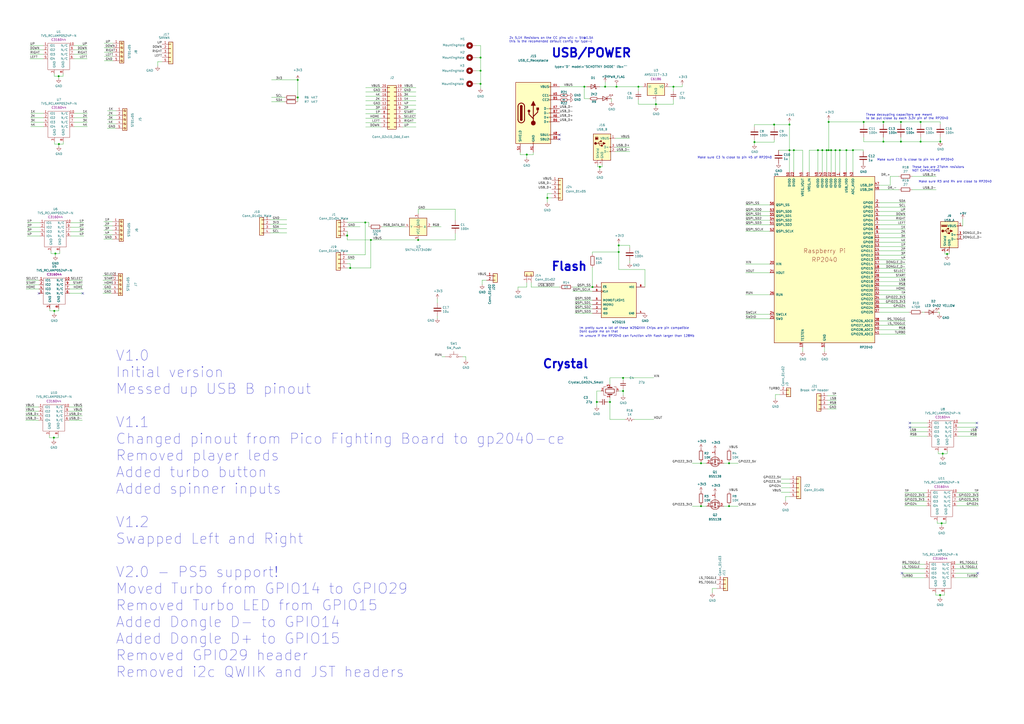
<source format=kicad_sch>
(kicad_sch (version 20230121) (generator eeschema)
  (paper "A2")
  (junction (at 406.654 268.732))
  (junction (at 501.015 70.739))
  (junction (at 545.465 82.169))
  (junction (at 449.072 72.263))
  (junction (at 305.562 89.662))
  (junction (at 343.662 166.497))
  (junction (at 358.902 142.367))
  (junction (at 494.792 87.122))
  (junction (at 278.765 41.021))
  (junction (at 172.72 46.355))
  (junction (at 390.652 50.292))
  (junction (at 422.91 293.624))
  (junction (at 380.492 60.452))
  (junction (at 215.138 139.192))
  (junction (at 211.8914 129.032))
  (junction (at 422.91 268.732))
  (junction (at 545.338 345.186))
  (junction (at 353.822 233.172))
  (junction (at 203.1573 155.448))
  (junction (at 278.765 48.641))
  (junction (at 338.963 50.292))
  (junction (at 31.496 180.34))
  (junction (at 357.632 50.292))
  (junction (at 487.172 87.122))
  (junction (at 480.695 87.122))
  (junction (at 549.402 147.32))
  (junction (at 358.902 146.177))
  (junction (at 242.57 139.192))
  (junction (at 351.028 50.292))
  (junction (at 460.502 87.122))
  (junction (at 437.642 82.423))
  (junction (at 457.962 87.122))
  (junction (at 512.445 70.739))
  (junction (at 534.035 82.169))
  (junction (at 546.227 303.53))
  (junction (at 361.442 219.202))
  (junction (at 34.036 44.196))
  (junction (at 534.035 70.739))
  (junction (at 278.765 33.401))
  (junction (at 474.472 87.122))
  (junction (at 512.445 82.169))
  (junction (at 172.72 56.515))
  (junction (at 522.605 70.739))
  (junction (at 346.202 233.172))
  (junction (at 457.962 72.263))
  (junction (at 522.605 82.169))
  (junction (at 317.5 114.808))
  (junction (at 32.131 147.066))
  (junction (at 482.092 87.122))
  (junction (at 201.422 136.652))
  (junction (at 477.012 87.122))
  (junction (at 406.654 293.624))
  (junction (at 546.862 263.144))
  (junction (at 31.242 253.873))
  (junction (at 361.442 226.822))
  (junction (at 490.982 87.122))
  (junction (at 484.632 87.122))
  (junction (at 480.695 70.739))
  (junction (at 370.332 50.292))
  (junction (at 34.163 83.566))
  (junction (at 479.552 87.122))
  (junction (at 347.98 96.774))
  (no_connect (at 324.612 78.232))
  (no_connect (at 527.812 247.904))
  (no_connect (at 48.006 170.18))
  (no_connect (at 566.674 247.904))
  (no_connect (at 324.612 80.772))
  (no_connect (at 523.24 332.486))
  (no_connect (at 567.182 332.486))
  (no_connect (at 566.674 245.364))
  (no_connect (at 527.812 245.364))
  (no_connect (at 22.606 170.18))
  (wire (pts (xy 512.445 70.739) (xy 522.605 70.739)))
  (wire (pts (xy 422.91 293.624) (xy 422.91 292.862)))
  (wire (pts (xy 242.57 123.952) (xy 242.57 121.412)))
  (wire (pts (xy 32.131 147.066) (xy 32.131 148.336)))
  (wire (pts (xy 268.351 206.883) (xy 270.256 206.883)))
  (wire (pts (xy 339.6742 50.2666) (xy 340.2584 50.2666)))
  (wire (pts (xy 555.117 293.37) (xy 567.69 293.37)))
  (wire (pts (xy 437.642 81.153) (xy 437.642 82.423)))
  (wire (pts (xy 480.695 69.469) (xy 480.695 70.739)))
  (wire (pts (xy 510.032 165.862) (xy 525.272 165.862)))
  (wire (pts (xy 487.172 87.122) (xy 487.172 99.822)))
  (wire (pts (xy 512.445 82.169) (xy 522.605 82.169)))
  (wire (pts (xy 501.015 82.169) (xy 512.445 82.169)))
  (wire (pts (xy 270.256 206.883) (xy 270.256 208.788)))
  (wire (pts (xy 166.37 135.128) (xy 156.845 135.128)))
  (wire (pts (xy 484.632 87.122) (xy 487.172 87.122)))
  (wire (pts (xy 338.963 50.292) (xy 324.612 50.292)))
  (wire (pts (xy 555.117 290.83) (xy 567.69 290.83)))
  (wire (pts (xy 458.216 288.036) (xy 455.676 288.036)))
  (wire (pts (xy 457.962 70.993) (xy 457.962 72.263)))
  (wire (pts (xy 41.021 129.286) (xy 48.641 129.286)))
  (wire (pts (xy 279.654 165.1) (xy 279.654 162.56)))
  (wire (pts (xy 43.053 65.786) (xy 50.673 65.786)))
  (wire (pts (xy 166.37 130.048) (xy 156.845 130.048)))
  (wire (pts (xy 478.282 201.422) (xy 478.282 203.962)))
  (wire (pts (xy 320.04 112.268) (xy 317.5 112.268)))
  (wire (pts (xy 40.386 167.64) (xy 48.006 167.64)))
  (wire (pts (xy 165.1 59.055) (xy 157.48 59.055)))
  (wire (pts (xy 305.562 89.662) (xy 309.372 89.662)))
  (wire (pts (xy 40.132 243.713) (xy 47.752 243.713)))
  (wire (pts (xy 370.332 50.292) (xy 370.332 52.832)))
  (wire (pts (xy 401.574 293.624) (xy 406.654 293.624)))
  (wire (pts (xy 510.032 188.722) (xy 525.272 188.722)))
  (wire (pts (xy 510.032 178.562) (xy 525.272 178.562)))
  (wire (pts (xy 446.532 182.372) (xy 432.562 182.372)))
  (wire (pts (xy 453.136 282.956) (xy 458.216 282.956)))
  (wire (pts (xy 558.546 127) (xy 558.546 131.064)))
  (wire (pts (xy 437.642 82.423) (xy 449.072 82.423)))
  (wire (pts (xy 446.532 134.112) (xy 432.562 134.112)))
  (wire (pts (xy 309.372 89.662) (xy 309.372 88.392)))
  (wire (pts (xy 455.676 288.036) (xy 455.676 290.576)))
  (wire (pts (xy 446.532 158.242) (xy 432.562 158.242)))
  (wire (pts (xy 215.138 139.192) (xy 242.57 139.192)))
  (wire (pts (xy 353.822 230.632) (xy 353.822 233.172)))
  (wire (pts (xy 349.25 95.504) (xy 349.25 96.774)))
  (wire (pts (xy 279.654 162.56) (xy 282.194 162.56)))
  (wire (pts (xy 201.295 152.908) (xy 203.1573 152.908)))
  (wire (pts (xy 554.228 327.406) (xy 567.182 327.406)))
  (wire (pts (xy 361.442 225.552) (xy 361.442 226.822)))
  (wire (pts (xy 40.132 238.633) (xy 47.752 238.633)))
  (wire (pts (xy 358.902 141.097) (xy 358.902 142.367)))
  (wire (pts (xy 351.028 50.292) (xy 357.632 50.292)))
  (wire (pts (xy 15.113 162.56) (xy 22.606 162.56)))
  (wire (pts (xy 41.021 134.366) (xy 48.641 134.366)))
  (wire (pts (xy 15.748 136.906) (xy 23.241 136.906)))
  (wire (pts (xy 457.962 72.263) (xy 457.962 87.122)))
  (wire (pts (xy 432.562 127.762) (xy 446.532 127.762)))
  (wire (pts (xy 534.035 82.169) (xy 522.605 82.169)))
  (wire (pts (xy 543.687 302.26) (xy 543.687 303.53)))
  (wire (pts (xy 500.761 86.995) (xy 494.792 86.995)))
  (wire (pts (xy 253.746 183.388) (xy 253.746 184.658)))
  (wire (pts (xy 201.295 155.448) (xy 203.1573 155.448)))
  (wire (pts (xy 401.574 268.732) (xy 406.654 268.732)))
  (wire (pts (xy 338.963 50.292) (xy 338.963 57.1754)))
  (wire (pts (xy 469.392 87.122) (xy 474.472 87.122)))
  (wire (pts (xy 422.91 268.732) (xy 428.244 268.732)))
  (wire (pts (xy 558.546 131.064) (xy 558.292 131.064)))
  (wire (pts (xy 36.576 44.196) (xy 36.576 42.926)))
  (wire (pts (xy 523.24 327.406) (xy 536.448 327.406)))
  (wire (pts (xy 34.163 83.566) (xy 34.163 84.836)))
  (wire (pts (xy 361.442 226.822) (xy 361.442 229.362)))
  (wire (pts (xy 449.834 231.394) (xy 449.834 228.854)))
  (wire (pts (xy 65.278 136.144) (xy 60.198 136.144)))
  (wire (pts (xy 305.562 89.662) (xy 305.562 91.567)))
  (wire (pts (xy 446.532 184.912) (xy 432.562 184.912)))
  (wire (pts (xy 201.422 136.652) (xy 201.422 139.192)))
  (wire (pts (xy 544.322 261.874) (xy 544.322 263.144)))
  (wire (pts (xy 43.053 70.866) (xy 50.673 70.866)))
  (wire (pts (xy 390.652 50.292) (xy 395.732 50.292)))
  (wire (pts (xy 278.765 48.641) (xy 278.765 51.181)))
  (wire (pts (xy 480.695 70.739) (xy 501.015 70.739)))
  (wire (pts (xy 510.032 173.482) (xy 525.272 173.482)))
  (wire (pts (xy 31.496 180.34) (xy 34.036 180.34)))
  (wire (pts (xy 67.31 64.262) (xy 62.23 64.262)))
  (wire (pts (xy 370.332 50.292) (xy 372.872 50.292)))
  (wire (pts (xy 527.812 245.364) (xy 537.972 245.364)))
  (wire (pts (xy 17.78 65.786) (xy 25.273 65.786)))
  (wire (pts (xy 354.711 58.9788) (xy 354.711 57.1754)))
  (wire (pts (xy 34.036 44.196) (xy 34.036 45.466)))
  (wire (pts (xy 510.032 109.982) (xy 521.462 109.982)))
  (wire (pts (xy 510.032 130.302) (xy 525.272 130.302)))
  (wire (pts (xy 346.202 233.172) (xy 346.202 235.712)))
  (wire (pts (xy 361.442 219.202) (xy 361.442 220.472)))
  (wire (pts (xy 41.021 136.906) (xy 48.641 136.906)))
  (wire (pts (xy 457.962 87.122) (xy 457.962 99.822)))
  (wire (pts (xy 510.032 127.762) (xy 525.272 127.762)))
  (wire (pts (xy 453.136 277.876) (xy 458.216 277.876)))
  (wire (pts (xy 212.09 58.42) (xy 220.98 58.42)))
  (wire (pts (xy 457.962 87.122) (xy 451.612 87.122)))
  (wire (pts (xy 474.472 87.122) (xy 477.012 87.122)))
  (wire (pts (xy 510.032 145.542) (xy 525.272 145.542)))
  (wire (pts (xy 490.982 87.122) (xy 494.792 87.122)))
  (wire (pts (xy 370.332 60.452) (xy 380.492 60.452)))
  (wire (pts (xy 544.322 263.144) (xy 546.862 263.144)))
  (wire (pts (xy 301.752 88.392) (xy 301.752 89.662)))
  (wire (pts (xy 365.252 151.257) (xy 365.252 152.527)))
  (wire (pts (xy 534.035 79.629) (xy 534.035 82.169)))
  (wire (pts (xy 545.465 79.629) (xy 545.465 82.169)))
  (wire (pts (xy 241.3 66.04) (xy 233.68 66.04)))
  (wire (pts (xy 278.765 41.021) (xy 278.765 48.641)))
  (wire (pts (xy 449.072 72.263) (xy 457.962 72.263)))
  (wire (pts (xy 14.859 243.713) (xy 22.352 243.713)))
  (wire (pts (xy 241.3 53.34) (xy 233.68 53.34)))
  (wire (pts (xy 419.862 293.624) (xy 422.91 293.624)))
  (wire (pts (xy 501.015 70.739) (xy 512.445 70.739)))
  (wire (pts (xy 542.798 345.186) (xy 545.338 345.186)))
  (wire (pts (xy 356.87 80.264) (xy 365.252 80.264)))
  (wire (pts (xy 64.77 170.18) (xy 59.69 170.18)))
  (wire (pts (xy 549.402 147.32) (xy 549.402 148.082)))
  (wire (pts (xy 241.3 63.5) (xy 233.68 63.5)))
  (wire (pts (xy 351.028 47.5996) (xy 351.028 50.292)))
  (wire (pts (xy 480.06 237.236) (xy 485.14 237.236)))
  (wire (pts (xy 555.752 245.364) (xy 566.674 245.364)))
  (wire (pts (xy 479.552 87.122) (xy 480.695 87.122)))
  (wire (pts (xy 544.957 182.118) (xy 544.957 181.102)))
  (wire (pts (xy 241.3 73.66) (xy 233.68 73.66)))
  (wire (pts (xy 40.386 170.18) (xy 48.006 170.18)))
  (wire (pts (xy 449.072 82.423) (xy 449.072 81.153)))
  (wire (pts (xy 432.562 122.682) (xy 446.532 122.682)))
  (wire (pts (xy 361.442 219.202) (xy 379.222 219.202)))
  (wire (pts (xy 353.822 243.332) (xy 362.712 243.332)))
  (wire (pts (xy 510.032 135.382) (xy 525.272 135.382)))
  (wire (pts (xy 14.859 241.173) (xy 22.352 241.173)))
  (wire (pts (xy 437.642 72.263) (xy 449.072 72.263)))
  (wire (pts (xy 477.012 87.122) (xy 479.552 87.122)))
  (wire (pts (xy 406.654 268.732) (xy 406.654 267.97)))
  (wire (pts (xy 555.117 285.75) (xy 567.69 285.75)))
  (wire (pts (xy 549.402 147.32) (xy 550.672 147.32)))
  (wire (pts (xy 484.632 99.822) (xy 484.632 87.122)))
  (wire (pts (xy 374.142 166.497) (xy 374.142 156.337)))
  (wire (pts (xy 241.3 68.58) (xy 233.68 68.58)))
  (wire (pts (xy 28.956 179.07) (xy 28.956 180.34)))
  (wire (pts (xy 256.286 206.883) (xy 258.191 206.883)))
  (wire (pts (xy 42.926 34.036) (xy 50.546 34.036)))
  (wire (pts (xy 242.57 139.192) (xy 264.16 139.192)))
  (wire (pts (xy 65.532 35.306) (xy 60.452 35.306)))
  (wire (pts (xy 308.102 166.497) (xy 324.612 166.497)))
  (wire (pts (xy 201.422 139.192) (xy 215.138 139.192)))
  (wire (pts (xy 201.422 131.572) (xy 208.915 131.572)))
  (wire (pts (xy 510.032 148.082) (xy 525.272 148.082)))
  (wire (pts (xy 480.06 234.696) (xy 485.14 234.696)))
  (wire (pts (xy 510.032 170.942) (xy 525.272 170.942)))
  (wire (pts (xy 42.926 28.956) (xy 50.546 28.956)))
  (wire (pts (xy 487.172 87.122) (xy 490.982 87.122)))
  (wire (pts (xy 305.562 163.957) (xy 305.562 166.497)))
  (wire (pts (xy 522.605 72.009) (xy 522.605 70.739)))
  (wire (pts (xy 546.862 263.144) (xy 549.402 263.144)))
  (wire (pts (xy 308.102 163.957) (xy 308.102 166.497)))
  (wire (pts (xy 529.082 102.362) (xy 543.052 102.362)))
  (wire (pts (xy 524.764 288.29) (xy 537.337 288.29)))
  (wire (pts (xy 34.036 44.196) (xy 36.576 44.196)))
  (wire (pts (xy 67.31 69.342) (xy 62.23 69.342)))
  (wire (pts (xy 34.163 83.566) (xy 36.703 83.566)))
  (wire (pts (xy 64.77 160.02) (xy 59.69 160.02)))
  (wire (pts (xy 510.032 168.402) (xy 525.272 168.402)))
  (wire (pts (xy 14.859 236.093) (xy 22.352 236.093)))
  (wire (pts (xy 419.862 268.732) (xy 422.91 268.732)))
  (wire (pts (xy 522.605 70.739) (xy 534.035 70.739)))
  (wire (pts (xy 546.227 303.53) (xy 546.227 304.8)))
  (wire (pts (xy 40.132 236.093) (xy 47.752 236.093)))
  (wire (pts (xy 65.278 128.524) (xy 60.198 128.524)))
  (wire (pts (xy 15.748 131.826) (xy 23.241 131.826)))
  (wire (pts (xy 17.78 73.406) (xy 25.273 73.406)))
  (wire (pts (xy 300.482 166.497) (xy 300.482 167.767)))
  (wire (pts (xy 413.258 341.376) (xy 415.798 341.376)))
  (wire (pts (xy 28.702 253.873) (xy 31.242 253.873)))
  (wire (pts (xy 545.465 82.169) (xy 534.035 82.169)))
  (wire (pts (xy 554.228 335.026) (xy 567.182 335.026)))
  (wire (pts (xy 339.6742 50.2666) (xy 339.6742 50.292)))
  (wire (pts (xy 203.1573 155.448) (xy 215.138 155.448)))
  (wire (pts (xy 356.87 87.884) (xy 365.379 87.884)))
  (wire (pts (xy 510.032 132.842) (xy 525.272 132.842)))
  (wire (pts (xy 465.582 99.822) (xy 465.582 87.122)))
  (wire (pts (xy 347.853 50.2666) (xy 347.8784 50.2666)))
  (wire (pts (xy 346.71 96.774) (xy 347.98 96.774)))
  (wire (pts (xy 317.5 114.808) (xy 317.5 117.348)))
  (wire (pts (xy 343.662 147.447) (xy 343.662 146.177)))
  (wire (pts (xy 527.812 247.904) (xy 537.972 247.904)))
  (wire (pts (xy 422.91 293.624) (xy 428.244 293.624)))
  (wire (pts (xy 449.072 73.533) (xy 449.072 72.263)))
  (wire (pts (xy 320.04 114.808) (xy 317.5 114.808)))
  (wire (pts (xy 65.278 131.064) (xy 60.198 131.064)))
  (wire (pts (xy 490.982 99.822) (xy 490.982 87.122)))
  (wire (pts (xy 534.035 70.739) (xy 545.465 70.739)))
  (wire (pts (xy 510.032 153.162) (xy 525.272 153.162)))
  (wire (pts (xy 548.767 303.53) (xy 548.767 302.26)))
  (wire (pts (xy 365.252 142.367) (xy 358.902 142.367)))
  (wire (pts (xy 354.711 57.1754) (xy 354.6602 57.1754)))
  (wire (pts (xy 276.225 41.021) (xy 278.765 41.021)))
  (wire (pts (xy 380.492 60.452) (xy 380.492 61.722)))
  (wire (pts (xy 522.605 79.629) (xy 522.605 82.169)))
  (wire (pts (xy 65.278 133.604) (xy 60.198 133.604)))
  (wire (pts (xy 17.399 26.416) (xy 25.146 26.416)))
  (wire (pts (xy 546.862 263.144) (xy 546.862 264.414)))
  (wire (pts (xy 65.532 25.146) (xy 60.452 25.146)))
  (wire (pts (xy 554.228 332.486) (xy 567.182 332.486)))
  (wire (pts (xy 510.032 137.922) (xy 525.272 137.922)))
  (wire (pts (xy 278.765 26.416) (xy 278.765 33.401)))
  (wire (pts (xy 64.77 162.56) (xy 59.69 162.56)))
  (wire (pts (xy 201.422 129.032) (xy 211.8914 129.032)))
  (wire (pts (xy 545.338 345.186) (xy 545.338 346.456)))
  (wire (pts (xy 276.225 26.416) (xy 278.765 26.416)))
  (wire (pts (xy 34.671 147.066) (xy 34.671 145.796)))
  (wire (pts (xy 347.98 96.774) (xy 347.98 98.298)))
  (wire (pts (xy 527.812 252.984) (xy 537.972 252.984)))
  (wire (pts (xy 544.957 181.102) (xy 543.941 181.102)))
  (wire (pts (xy 437.642 82.423) (xy 437.642 83.693)))
  (wire (pts (xy 367.792 243.332) (xy 379.222 243.332)))
  (wire (pts (xy 264.16 139.192) (xy 264.16 135.382)))
  (wire (pts (xy 406.654 293.624) (xy 406.654 292.862)))
  (wire (pts (xy 510.032 163.322) (xy 525.272 163.322)))
  (wire (pts (xy 469.392 99.822) (xy 469.392 87.122)))
  (wire (pts (xy 465.582 87.122) (xy 460.502 87.122)))
  (wire (pts (xy 480.695 70.739) (xy 480.695 87.122)))
  (wire (pts (xy 555.752 247.904) (xy 566.674 247.904)))
  (wire (pts (xy 31.623 83.566) (xy 34.163 83.566)))
  (wire (pts (xy 547.878 345.186) (xy 547.878 343.916)))
  (wire (pts (xy 446.532 118.872) (xy 432.562 118.872)))
  (wire (pts (xy 332.232 169.037) (xy 343.662 169.037)))
  (wire (pts (xy 523.24 332.486) (xy 536.448 332.486)))
  (wire (pts (xy 15.748 129.286) (xy 23.241 129.286)))
  (wire (pts (xy 432.562 130.302) (xy 446.532 130.302)))
  (wire (pts (xy 343.662 181.737) (xy 333.502 181.737)))
  (wire (pts (xy 65.532 32.766) (xy 60.452 32.766)))
  (wire (pts (xy 278.765 33.401) (xy 278.765 41.021)))
  (wire (pts (xy 221.615 131.572) (xy 234.95 131.572)))
  (wire (pts (xy 510.032 120.142) (xy 525.272 120.142)))
  (wire (pts (xy 343.662 174.117) (xy 333.502 174.117)))
  (wire (pts (xy 276.225 48.641) (xy 278.765 48.641)))
  (wire (pts (xy 500.761 95.25) (xy 500.761 95.504)))
  (wire (pts (xy 42.926 26.416) (xy 50.546 26.416)))
  (wire (pts (xy 380.492 60.452) (xy 390.652 60.452)))
  (wire (pts (xy 527.812 250.444) (xy 537.972 250.444)))
  (wire (pts (xy 17.78 70.866) (xy 25.273 70.866)))
  (wire (pts (xy 510.032 125.222) (xy 525.272 125.222)))
  (wire (pts (xy 555.117 288.29) (xy 567.69 288.29)))
  (wire (pts (xy 172.72 46.355) (xy 172.72 56.515)))
  (wire (pts (xy 432.562 153.162) (xy 446.532 153.162)))
  (wire (pts (xy 17.399 34.036) (xy 25.146 34.036)))
  (wire (pts (xy 215.138 155.448) (xy 215.138 139.192)))
  (wire (pts (xy 548.132 147.32) (xy 549.402 147.32)))
  (wire (pts (xy 343.662 155.067) (xy 343.662 166.497)))
  (wire (pts (xy 17.399 31.496) (xy 25.146 31.496)))
  (wire (pts (xy 546.227 303.53) (xy 548.767 303.53)))
  (wire (pts (xy 545.338 345.186) (xy 547.878 345.186)))
  (wire (pts (xy 554.228 329.946) (xy 567.182 329.946)))
  (wire (pts (xy 15.113 167.64) (xy 22.606 167.64)))
  (wire (pts (xy 31.623 82.296) (xy 31.623 83.566)))
  (wire (pts (xy 370.332 57.912) (xy 370.332 60.452)))
  (wire (pts (xy 211.8914 147.828) (xy 211.8914 129.032)))
  (wire (pts (xy 357.632 50.292) (xy 370.332 50.292)))
  (wire (pts (xy 494.792 86.995) (xy 494.792 87.122)))
  (wire (pts (xy 40.386 162.56) (xy 48.006 162.56)))
  (wire (pts (xy 241.3 50.8) (xy 233.68 50.8)))
  (wire (pts (xy 31.496 42.926) (xy 31.496 44.196)))
  (wire (pts (xy 333.502 176.657) (xy 343.662 176.657)))
  (wire (pts (xy 516.382 102.362) (xy 516.382 107.442)))
  (wire (pts (xy 516.382 102.362) (xy 521.462 102.362)))
  (wire (pts (xy 33.782 253.873) (xy 33.782 252.603)))
  (wire (pts (xy 555.752 252.984) (xy 566.674 252.984)))
  (wire (pts (xy 343.662 179.197) (xy 333.502 179.197)))
  (wire (pts (xy 15.113 165.1) (xy 22.606 165.1)))
  (wire (pts (xy 64.77 167.64) (xy 59.69 167.64)))
  (wire (pts (xy 165.1 56.515) (xy 157.48 56.515)))
  (wire (pts (xy 42.926 31.496) (xy 50.546 31.496)))
  (wire (pts (xy 91.44 35.814) (xy 91.44 38.354)))
  (wire (pts (xy 510.032 143.002) (xy 525.272 143.002)))
  (wire (pts (xy 390.652 57.912) (xy 390.652 60.452)))
  (wire (pts (xy 212.09 63.5) (xy 220.98 63.5)))
  (wire (pts (xy 348.742 226.822) (xy 346.202 226.822)))
  (wire (pts (xy 510.032 176.022) (xy 525.272 176.022)))
  (wire (pts (xy 390.652 50.292) (xy 390.652 52.832)))
  (wire (pts (xy 512.445 82.169) (xy 512.445 79.629)))
  (wire (pts (xy 480.06 229.616) (xy 485.14 229.616)))
  (wire (pts (xy 465.582 201.422) (xy 465.582 203.962)))
  (wire (pts (xy 31.242 253.873) (xy 33.782 253.873)))
  (wire (pts (xy 347.853 50.292) (xy 351.028 50.292)))
  (wire (pts (xy 65.532 30.226) (xy 60.452 30.226)))
  (wire (pts (xy 212.09 53.34) (xy 220.98 53.34)))
  (wire (pts (xy 413.258 343.916) (xy 413.258 341.376)))
  (wire (pts (xy 43.053 73.406) (xy 50.673 73.406)))
  (wire (pts (xy 43.053 68.326) (xy 50.673 68.326)))
  (wire (pts (xy 510.032 150.622) (xy 525.272 150.622)))
  (wire (pts (xy 380.492 57.912) (xy 380.492 60.452)))
  (wire (pts (xy 93.98 35.814) (xy 91.44 35.814)))
  (wire (pts (xy 343.662 146.177) (xy 358.902 146.177)))
  (wire (pts (xy 67.31 74.422) (xy 62.23 74.422)))
  (wire (pts (xy 510.032 117.602) (xy 525.272 117.602)))
  (wire (pts (xy 65.278 138.684) (xy 60.198 138.684)))
  (wire (pts (xy 482.092 99.822) (xy 482.092 87.122)))
  (wire (pts (xy 241.3 58.42) (xy 233.68 58.42)))
  (wire (pts (xy 212.09 71.12) (xy 220.98 71.12)))
  (wire (pts (xy 482.092 87.122) (xy 484.632 87.122)))
  (wire (pts (xy 17.78 68.326) (xy 25.273 68.326)))
  (wire (pts (xy 213.995 129.032) (xy 213.995 131.572)))
  (wire (pts (xy 34.036 180.34) (xy 34.036 179.07)))
  (wire (pts (xy 353.822 219.202) (xy 361.442 219.202)))
  (wire (pts (xy 548.132 146.304) (xy 548.132 147.32)))
  (wire (pts (xy 65.532 27.686) (xy 60.452 27.686)))
  (wire (pts (xy 535.051 181.102) (xy 536.321 181.102)))
  (wire (pts (xy 409.702 268.732) (xy 406.654 268.732)))
  (wire (pts (xy 460.502 87.122) (xy 457.962 87.122)))
  (wire (pts (xy 510.032 155.702) (xy 525.272 155.702)))
  (wire (pts (xy 437.642 73.533) (xy 437.642 72.263)))
  (wire (pts (xy 212.09 66.04) (xy 220.98 66.04)))
  (wire (pts (xy 40.132 241.173) (xy 47.752 241.173)))
  (wire (pts (xy 422.91 268.732) (xy 422.91 267.97)))
  (wire (pts (xy 543.687 303.53) (xy 546.227 303.53)))
  (wire (pts (xy 510.032 107.442) (xy 516.382 107.442)))
  (wire (pts (xy 212.09 50.8) (xy 220.98 50.8)))
  (wire (pts (xy 409.702 293.624) (xy 406.654 293.624)))
  (wire (pts (xy 500.761 86.995) (xy 500.761 87.884)))
  (wire (pts (xy 501.015 79.629) (xy 501.015 82.169)))
  (wire (pts (xy 15.748 134.366) (xy 23.241 134.366)))
  (wire (pts (xy 253.746 173.228) (xy 253.746 175.768)))
  (wire (pts (xy 474.472 99.822) (xy 474.472 87.122)))
  (wire (pts (xy 529.082 109.982) (xy 543.052 109.982)))
  (wire (pts (xy 212.09 55.88) (xy 220.98 55.88)))
  (wire (pts (xy 264.16 121.412) (xy 264.16 127.762)))
  (wire (pts (xy 453.136 280.416) (xy 458.216 280.416)))
  (wire (pts (xy 480.06 232.156) (xy 485.14 232.156)))
  (wire (pts (xy 28.956 180.34) (xy 31.496 180.34)))
  (wire (pts (xy 347.853 50.292) (xy 347.853 50.2666)))
  (wire (pts (xy 201.295 150.368) (xy 205.74 150.368)))
  (wire (pts (xy 524.764 290.83) (xy 537.337 290.83)))
  (wire (pts (xy 317.5 112.268) (xy 317.5 114.808)))
  (wire (pts (xy 453.136 285.496) (xy 458.216 285.496)))
  (wire (pts (xy 353.822 233.172) (xy 353.822 243.332)))
  (wire (pts (xy 449.834 228.854) (xy 452.374 228.854)))
  (wire (pts (xy 542.798 343.916) (xy 542.798 345.186)))
  (wire (pts (xy 332.232 166.497) (xy 343.662 166.497)))
  (wire (pts (xy 510.032 181.102) (xy 527.431 181.102)))
  (wire (pts (xy 172.72 56.515) (xy 172.72 59.055)))
  (wire (pts (xy 346.202 226.822) (xy 346.202 233.172)))
  (wire (pts (xy 17.399 28.956) (xy 25.146 28.956)))
  (wire (pts (xy 358.902 156.337) (xy 374.142 156.337)))
  (wire (pts (xy 241.3 71.12) (xy 233.68 71.12)))
  (wire (pts (xy 201.295 147.828) (xy 211.8914 147.828)))
  (wire (pts (xy 432.562 125.222) (xy 446.532 125.222)))
  (wire (pts (xy 36.703 83.566) (xy 36.703 82.296)))
  (wire (pts (xy 534.035 72.009) (xy 534.035 70.739)))
  (wire (pts (xy 395.732 49.022) (xy 395.732 50.292)))
  (wire (pts (xy 550.672 147.32) (xy 550.672 146.304)))
  (wire (pts (xy 31.496 44.196) (xy 34.036 44.196)))
  (wire (pts (xy 31.242 253.873) (xy 31.242 255.143)))
  (wire (pts (xy 545.465 72.009) (xy 545.465 70.739)))
  (wire (pts (xy 523.24 329.946) (xy 536.448 329.946)))
  (wire (pts (xy 203.1573 152.908) (xy 203.1573 155.448)))
  (wire (pts (xy 29.591 147.066) (xy 32.131 147.066)))
  (wire (pts (xy 301.752 89.662) (xy 305.562 89.662)))
  (wire (pts (xy 212.09 68.58) (xy 220.98 68.58)))
  (wire (pts (xy 510.032 158.242) (xy 525.272 158.242)))
  (wire (pts (xy 524.764 285.75) (xy 537.337 285.75)))
  (wire (pts (xy 300.482 166.497) (xy 305.562 166.497)))
  (wire (pts (xy 512.445 72.009) (xy 512.445 70.739)))
  (wire (pts (xy 510.032 140.462) (xy 525.272 140.462)))
  (wire (pts (xy 67.31 71.882) (xy 62.23 71.882)))
  (wire (pts (xy 276.225 33.401) (xy 278.765 33.401)))
  (wire (pts (xy 357.632 49.022) (xy 357.632 50.292)))
  (wire (pts (xy 347.98 96.774) (xy 349.25 96.774)))
  (wire (pts (xy 211.8914 129.032) (xy 213.995 129.032)))
  (wire (pts (xy 40.386 165.1) (xy 48.006 165.1)))
  (wire (pts (xy 241.3 60.96) (xy 233.68 60.96)))
  (wire (pts (xy 166.37 132.588) (xy 156.845 132.588)))
  (wire (pts (xy 501.015 72.009) (xy 501.015 70.739)))
  (wire (pts (xy 166.37 127.508) (xy 156.845 127.508)))
  (wire (pts (xy 201.422 134.112) (xy 201.422 136.652)))
  (wire (pts (xy 14.859 238.633) (xy 22.352 238.633)))
  (wire (pts (xy 339.6742 50.292) (xy 338.963 50.292)))
  (wire (pts (xy 549.402 261.874) (xy 549.402 263.144)))
  (wire (pts (xy 510.032 191.262) (xy 525.272 191.262)))
  (wire (pts (xy 41.021 131.826) (xy 48.641 131.826)))
  (wire (pts (xy 510.032 193.802) (xy 525.272 193.802)))
  (wire (pts (xy 480.695 87.122) (xy 482.092 87.122)))
  (wire (pts (xy 250.19 131.572) (xy 255.905 131.572)))
  (wire (pts (xy 479.552 99.822) (xy 479.552 87.122)))
  (wire (pts (xy 241.3 55.88) (xy 233.68 55.88)))
  (wire (pts (xy 358.902 226.822) (xy 361.442 226.822)))
  (wire (pts (xy 242.57 121.412) (xy 264.16 121.412)))
  (wire (pts (xy 356.87 85.344) (xy 365.252 85.344)))
  (wire (pts (xy 460.502 99.822) (xy 460.502 87.122)))
  (wire (pts (xy 346.71 95.504) (xy 346.71 96.774)))
  (wire (pts (xy 212.09 73.66) (xy 220.98 73.66)))
  (wire (pts (xy 477.012 99.822) (xy 477.012 87.122)))
  (wire (pts (xy 64.77 165.1) (xy 59.69 165.1)))
  (wire (pts (xy 212.09 60.96) (xy 220.98 60.96)))
  (wire (pts (xy 31.496 180.34) (xy 31.496 181.61)))
  (wire (pts (xy 446.532 170.942) (xy 432.562 170.942)))
  (wire (pts (xy 353.822 219.202) (xy 353.822 223.012)))
  (wire (pts (xy 555.752 250.444) (xy 566.674 250.444)))
  (wire (pts (xy 32.131 147.066) (xy 34.671 147.066)))
  (wire (pts (xy 358.902 142.367) (xy 358.902 146.177)))
  (wire (pts (xy 365.252 143.637) (xy 365.252 142.367)))
  (wire (pts (xy 510.032 122.682) (xy 525.272 122.682)))
  (wire (pts (xy 28.702 252.603) (xy 28.702 253.873)))
  (wire (pts (xy 510.032 186.182) (xy 525.272 186.182)))
  (wire (pts (xy 523.24 335.026) (xy 536.448 335.026)))
  (wire (pts (xy 388.112 50.292) (xy 390.652 50.292)))
  (wire (pts (xy 67.31 66.802) (xy 62.23 66.802)))
  (wire (pts (xy 494.792 87.122) (xy 494.792 99.822)))
  (wire (pts (xy 352.552 233.172) (xy 353.822 233.172)))
  (wire (pts (xy 358.902 146.177) (xy 358.902 156.337)))
  (wire (pts (xy 524.764 293.37) (xy 537.337 293.37)))
  (wire (pts (xy 510.032 160.782) (xy 525.272 160.782)))
  (wire (pts (xy 157.48 46.355) (xy 172.72 46.355)))
  (wire (pts (xy 347.472 233.172) (xy 346.202 233.172)))
  (wire (pts (xy 29.591 145.796) (xy 29.591 147.066)))
  (wire (pts (xy 341.9602 57.1754) (xy 338.963 57.1754)))
  (text "Im pretty sure a lot of these W25QXXX Chips are pin compatible\nDont quote me on that" (at 336.042 193.167 0) (effects (font (size 1.27 1.27)) (justify left bottom)))
  (text "Make sure C3 is close to pin 45 of RP2040" (at 447.802 92.202 0) (effects (font (size 1.27 1.27)) (justify right bottom)))
  (text "Make sure R3 and R4 are close to RP2040" (at 532.892 106.172 0) (effects (font (size 1.27 1.27)) (justify left bottom)))
  (text "These decoupling capacitors are meant\nto be put close by each 3.3V pin of the RP2040" (at 502.285 69.469 0) (effects (font (size 1.27 1.27)) (justify left bottom)))
  (text "These two are 27ohm resistors \nNOT CAPACITORS" (at 529.082 99.822 0) (effects (font (size 1.27 1.27)) (justify left bottom)))
  (text "Make sure C10 is close to pin 44 of RP2040" (at 508.762 93.472 0) (effects (font (size 1.27 1.27)) (justify left bottom)))
  (text "Flash" (at 319.532 157.607 0) (effects (font (size 5.0038 5.0038) (thickness 1.0008) bold) (justify left bottom)))
  (text "V1.0\nInitial version\nMessed up USB B pinout\n\nV1.1\nChanged pinout from Pico Fighting Board to gp2040-ce\nRemoved player leds\nAdded turbo button\nAdded spinner inputs\n\nV1.2\nSwapped Left and Right\n\nV2.0 - PS5 support!\nMoved Turbo from GPIO14 to GPIO29\nRemoved Turbo LED from GPIO15\nAdded Dongle D- to GPIO14\nAdded Dongle D+ to GPIO15\nRemoved GPIO29 header\nRemoved i2c QWIIK and JST headers" (at 67.056 393.446 0) (effects (font (size 6 6)) (justify left bottom)))
  (text "2x 5.1K Resistors on the CC pins will = 5V@1.5A\nthis is the recomended default config for type-c" (at 295.402 24.892 0) (effects (font (size 1.27 1.27)) (justify left bottom)))
  (text "Im unsure if the RP2040 can function with flash larger than 128Mb" (at 336.042 195.707 0) (effects (font (size 1.27 1.27)) (justify left bottom)))
  (text "USB/POWER" (at 319.532 33.782 0) (effects (font (size 5.0038 5.0038) (thickness 1.0008) bold) (justify left bottom)))
  (text "Crystal" (at 314.452 214.122 0) (effects (font (size 5.0038 5.0038) (thickness 1.0008) bold) (justify left bottom)))
  (label "GPIO23_3V3" (at 524.764 290.83 0))
  (label "2P" (at 234.315 63.5 0))
  (label "USB_D+" (at 320.04 109.728 180))
  (label "XOUT" (at 432.562 158.242 0))
  (label "2K" (at 50.673 68.326 180))
  (label "USB_D-" (at 320.04 107.188 180))
  (label "2K" (at 62.865 66.802 0))
  (label "QSPI_SD3" (at 333.502 181.737 0))
  (label "VBUS" (at 14.859 236.093 0))
  (label "HOME" (at 60.452 165.1 0))
  (label "RSB" (at 485.14 234.696 180))
  (label "USB_D+" (at 14.859 241.173 0))
  (label "HOME" (at 525.272 168.402 180))
  (label "GND" (at 216.535 60.96 0))
  (label "TURBO" (at 523.24 335.026 0))
  (label "~{USB_BOOT}" (at 311.912 166.497 0))
  (label "DONGLE_D+" (at 525.272 153.162 180))
  (label "GND" (at 205.74 150.368 180))
  (label "GPIO22_3V3" (at 524.764 288.29 0))
  (label "4P" (at 234.315 60.96 0))
  (label "VBUS" (at 47.752 236.093 180))
  (label "USB_D+" (at 324.612 68.072 0))
  (label "3P" (at 525.272 148.082 180))
  (label "DOWN" (at 61.087 27.686 0))
  (label "START" (at 60.452 162.56 0))
  (label "TURBO" (at 452.374 226.314 180))
  (label "USB_D-" (at 14.859 243.713 0))
  (label "RIGHT" (at 61.214 30.226 0))
  (label "USB_D+" (at 365.252 85.344 180))
  (label "3K" (at 62.865 69.342 0))
  (label "1K" (at 525.272 132.842 180))
  (label "4P" (at 15.748 136.906 0))
  (label "TURBO" (at 567.182 335.026 180))
  (label "GPIO23_3V3" (at 525.272 176.022 180))
  (label "DR_-" (at 520.192 109.982 180))
  (label "QSPI_SS" (at 432.562 118.872 0))
  (label "GND" (at 60.452 170.18 0))
  (label "SELECT" (at 234.315 68.58 0))
  (label "GND" (at 234.315 53.34 0))
  (label "RIGHT" (at 17.526 31.496 0))
  (label "3K" (at 234.315 55.88 0))
  (label "LEFT" (at 525.272 130.302 180))
  (label "SCL" (at 158.115 135.128 0))
  (label "4K" (at 50.673 73.406 180))
  (label "RGB" (at 250.825 131.572 0))
  (label "VBUS" (at 221.488 139.192 180))
  (label "SDA" (at 158.115 132.588 0))
  (label "UP" (at 234.315 73.66 0))
  (label "LSB" (at 566.674 250.444 180))
  (label "1P" (at 60.833 128.524 0))
  (label "LSB" (at 525.272 163.322 180))
  (label "DOWN" (at 17.399 28.956 0))
  (label "4K" (at 217.805 55.88 0))
  (label "GPIO22_3V3" (at 567.69 288.29 180))
  (label "GND" (at 158.115 127.508 0))
  (label "GND" (at 242.57 121.412 0))
  (label "TP" (at 525.272 170.942 180))
  (label "USB_D-" (at 47.752 243.713 180))
  (label "RIGHT" (at 93.98 30.734 180))
  (label "VBUS" (at 453.136 285.496 180))
  (label "4K" (at 525.272 140.462 180))
  (label "DOWN" (at 93.98 28.194 180))
  (label "QSPI_SD1" (at 432.562 125.222 0))
  (label "VBUS" (at 422.91 260.35 0))
  (label "GND" (at 62.865 74.422 0))
  (label "UP" (at 61.1642 25.146 0))
  (label "LEFT" (at 50.546 34.036 180))
  (label "USB_D-" (at 365.379 87.884 180))
  (label "1P" (at 525.272 143.002 180))
  (label "START" (at 525.272 160.782 180))
  (label "SDA" (at 160.02 59.055 0))
  (label "VBUS" (at 320.04 104.648 180))
  (label "START" (at 48.006 165.1 180))
  (label "RSB" (at 527.812 252.984 0))
  (label "4K" (at 62.865 71.882 0))
  (label "GPIO22_3V3" (at 525.272 173.482 180))
  (label "LSB" (at 527.812 250.444 0))
  (label "SDA" (at 525.272 117.602 180))
  (label "USB_D-" (at 543.052 109.982 180))
  (label "QSPI_SD2" (at 333.502 179.197 0))
  (label "2P" (at 525.272 145.542 180))
  (label "SCL" (at 525.272 120.142 180))
  (label "QSPI_SD2" (at 432.562 127.762 0))
  (label "3P" (at 217.805 63.5 0))
  (label "SELECT" (at 15.113 162.56 0))
  (label "START" (at 15.113 165.1 0))
  (label "QSPI_SCLK" (at 332.232 169.037 0))
  (label "1K" (at 234.315 58.42 0))
  (label "DOWN" (at 214.63 73.66 0))
  (label "GND" (at 60.833 138.684 0))
  (label "VBUS" (at 47.752 238.633 180))
  (label "RSB" (at 566.674 252.984 180))
  (label "UP" (at 17.399 26.416 0))
  (label "USB_D+" (at 543.052 102.362 180))
  (label "RS_TOGGLE" (at 415.798 338.836 180))
  (label "DONGLE_D+" (at 558.292 136.144 0))
  (label "2K" (at 217.805 58.42 0))
  (label "LS_TOGGLE" (at 525.272 188.722 180))
  (label "1K" (at 17.78 65.786 0))
  (label "VBUS" (at 234.442 50.8 0))
  (label "LEFT" (at 17.399 34.036 0))
  (label "GND" (at 485.14 237.236 180))
  (label "4P" (at 48.641 136.906 180))
  (label "4P" (at 525.272 150.622 180))
  (label "RIGHT" (at 234.315 71.12 0))
  (label "GPIO24" (at 567.69 293.37 180))
  (label "VBUS" (at 422.91 285.242 0))
  (label "VBUS" (at 220.472 50.8 180))
  (label "RIGHT" (at 50.546 31.496 180))
  (label "3K" (at 525.272 137.922 180))
  (label "LS_TOGGLE" (at 415.798 336.296 180))
  (label "SELECT" (at 60.452 160.02 0))
  (label "1P" (at 217.805 66.04 0))
  (label "1P" (at 15.748 129.286 0))
  (label "GPIO24" (at 453.136 282.956 180))
  (label "LEFT" (at 215.9 71.12 0))
  (label "QSPI_SD0" (at 333.502 174.117 0))
  (label "DOWN" (at 50.546 28.956 180))
  (label "VBUS" (at 282.194 160.02 180))
  (label "LEFT" (at 61.214 32.766 0))
  (label "2P" (at 15.748 131.826 0))
  (label "GPIO24" (at 525.272 178.562 180))
  (label "2K" (at 525.272 135.382 180))
  (label "XIN" (at 379.222 219.202 0))
  (label "GPIO22_5V" (at 428.244 268.732 0))
  (label "GPIO23_5V" (at 428.244 293.624 0))
  (label "2P" (at 48.641 131.826 180))
  (label "TP" (at 567.69 285.75 180))
  (label "SWDIO" (at 432.562 184.912 0))
  (label "3P" (at 15.748 134.366 0))
  (label "3P" (at 48.641 134.366 180))
  (label "2P" (at 60.833 131.064 0))
  (label "RS_TOGGLE" (at 523.24 327.406 0))
  (label "HOME" (at 214.63 68.58 0))
  (label "RIGHT" (at 525.272 127.762 180))
  (label "3V3" (at 160.02 46.355 0))
  (label "3V3" (at 158.115 130.048 0))
  (label "1K" (at 50.673 65.786 180))
  (label "USB_D-" (at 324.612 65.532 0))
  (label "VBUS" (at 365.252 80.264 180))
  (label "USB_D+" (at 47.752 241.173 180))
  (label "RS_TOGGLE" (at 567.182 327.406 180))
  (label "DR_+" (at 516.382 102.362 180))
  (label "GND" (at 61.214 35.306 0))
  (label "DOWN" (at 525.272 125.222 180))
  (label "4K" (at 17.78 73.406 0))
  (label "GPIO23_5V" (at 453.136 280.416 180))
  (label "RGB_DATA_5V" (at 222.25 131.572 0))
  (label "USB_D-" (at 324.612 62.992 0))
  (label "GND" (at 216.535 53.34 0))
  (label "START" (at 234.315 66.04 0))
  (label "QSPI_SD0" (at 432.562 122.682 0))
  (label "QSPI_SCLK" (at 432.562 134.112 0))
  (label "QSPI_SD1" (at 333.502 176.657 0))
  (label "VBUS" (at 14.859 238.633 0))
  (label "3K" (at 50.673 70.866 180))
  (label "LSB" (at 485.14 232.156 180))
  (label "VBUS" (at 327.152 50.292 0))
  (label "HOME" (at 15.113 167.64 0))
  (label "SELECT" (at 48.006 162.56 180))
  (label "4P" (at 60.833 136.144 0))
  (label "RS_TOGGLE" (at 525.272 186.182 180))
  (label "QSPI_SD3" (at 432.562 130.302 0))
  (label "UP" (at 525.272 122.682 180))
  (label "QSPI_SS" (at 334.772 166.497 0))
  (label "SELECT" (at 525.272 158.242 180))
  (label "XOUT" (at 379.222 243.332 0))
  (label "GND" (at 201.93 131.572 0))
  (label "UP" (at 50.546 26.416 180))
  (label "1K" (at 62.992 64.262 0))
  (label "GPIO23_3V3" (at 401.574 293.624 180))
  (label "3P" (at 60.833 133.604 0))
  (label "GPIO24" (at 524.764 293.37 0))
  (label "SWCLK" (at 432.562 182.372 0))
  (label "GPIO22_3V3" (at 401.574 268.732 180))
  (label "SCL" (at 160.02 56.515 0))
  (label "1P" (at 48.641 129.286 180))
  (label "RUN" (at 432.562 170.942 0))
  (label "RUN" (at 256.286 206.883 180))
  (label "UP" (at 93.98 25.654 180))
  (label "RSB" (at 525.272 165.862 180))
  (label "USB_D+" (at 324.612 70.612 0))
  (label "GND" (at 60.452 167.64 0))
  (label "GPIO23_3V3" (at 567.69 290.83 180))
  (label "TP" (at 485.14 229.616 180))
  (label "LEFT" (at 93.98 33.274 180))
  (label "DONGLE_D-" (at 558.292 138.684 0))
  (label "HOME" (at 48.006 167.64 180))
  (label "TURBO" (at 525.272 193.802 180))
  (label "RGB" (at 525.272 191.262 180))
  (label "GPIO22_5V" (at 453.136 277.876 180))
  (label "DONGLE_D-" (at 525.272 155.702 180))
  (label "LS_TOGGLE" (at 523.24 329.946 0))
  (label "LS_TOGGLE" (at 567.182 329.946 180))
  (label "3K" (at 17.78 70.866 0))
  (label "XIN" (at 432.562 153.162 0))
  (label "2K" (at 17.78 68.326 0))
  (label "TP" (at 524.764 285.75 0))
  (symbol (lib_id "Connector_Generic:Conn_02x10_Odd_Even") (at 228.6 63.5 180) (unit 1)
    (property "Reference" "J2" (at 228.6 45.085 0) (effects (justify left)))
    (property "Value" "Conn_02x10_Odd_Even" (at 237.49 79.375 0) (effects (justify left)))
    (property "Footprint" "Connector_PinHeader_2.54mm:PinHeader_2x10_P2.54mm_Vertical" (effects hide))
    (property "LCSC Part" "C492427" (effects hide))
  )
  (symbol (lib_id "Logic_LevelTranslator:SN74LV1T34DBV") (at 242.57 131.572 180) (unit 1)
    (property "Reference" "U2" (at 241.3 143.002 0) (effects (justify right)))
    (property "Value" "SN74LV1T34DBV" (at 234.95 144.907 0) (effects (justify right)))
    (property "Footprint" "Package_TO_SOT_SMD:SOT-23-5" (effects hide))
    (property "Datasheet" "https://www.ti.com/lit/ds/symlink/sn74lv1t34.pdf" (effects hide))
    (property "LCSC Part" "C100024" (effects hide))
  )
  (symbol (lib_id "Connector:Screw_Terminal_01x05") (at 72.39 69.342 0) (unit 1)
    (property "Reference" "J5" (at 81.28 68.072 90) (effects (justify right)))
    (property "Value" "ST01x05" (at 76.835 65.532 90) (effects (justify right)))
    (property "Footprint" "TerminalBlock_MetzConnect:TerminalBlock_MetzConnect_Type059_RT06305HBWC_1x05_P3.50mm_Horizontal" (effects hide))
    (property "LCSC Part" "C3646874" (effects hide))
  )
  (symbol (lib_id "Connector:Screw_Terminal_01x05") (at 70.358 133.604 0) (unit 1)
    (property "Reference" "J6" (at 79.248 132.334 90) (effects (justify right)))
    (property "Value" "ST01x05" (at 74.803 129.159 90) (effects (justify right)))
    (property "Footprint" "TerminalBlock_MetzConnect:TerminalBlock_MetzConnect_Type059_RT06305HBWC_1x05_P3.50mm_Horizontal" (effects hide))
    (property "LCSC Part" "C3646874" (effects hide))
  )
  (symbol (lib_id "Connector:Screw_Terminal_01x05") (at 69.85 165.1 0) (unit 1)
    (property "Reference" "J7" (at 78.74 163.83 90) (effects (justify right)))
    (property "Value" "ST01x05" (at 74.295 160.655 90) (effects (justify right)))
    (property "Footprint" "TerminalBlock_MetzConnect:TerminalBlock_MetzConnect_Type059_RT06305HBWC_1x05_P3.50mm_Horizontal" (effects hide))
    (property "LCSC Part" "C3646874" (effects hide))
  )
  (symbol (lib_id "Connector:Screw_Terminal_01x05") (at 70.612 30.226 0) (unit 1)
    (property "Reference" "J8" (at 78.867 28.956 90) (effects (justify right)))
    (property "Value" "ST01x05" (at 75.057 25.781 90) (effects (justify right)))
    (property "Footprint" "TerminalBlock_MetzConnect:TerminalBlock_MetzConnect_Type059_RT06305HBWC_1x05_P3.50mm_Horizontal" (effects hide))
    (property "LCSC Part" "C3646874" (effects hide))
  )
  (symbol (lib_id "Device:R") (at 217.805 131.572 270) (unit 1)
    (property "Reference" "R5" (at 216.535 136.017 90) (effects (justify left)))
    (property "Value" "330R" (at 215.9 134.112 90) (effects (justify left)))
    (property "Footprint" "Resistor_SMD:R_0402_1005Metric" (effects hide))
    (property "LCSC Part" "C25104" (effects hide))
  )
  (symbol (lib_id "Device:C") (at 264.16 131.572 0) (unit 1)
    (property "Reference" "C1" (at 267.081 130.4036 0) (effects (justify left)))
    (property "Value" "100n" (at 267.081 132.715 0) (effects (justify left)))
    (property "Footprint" "Capacitor_SMD:C_0402_1005Metric" (effects hide))
    (property "LCSC Part" "C1525" (effects hide))
  )
  (symbol (lib_id "Device:R") (at 168.91 59.055 270) (unit 1)
    (property "Reference" "R7" (at 176.53 59.055 90) (effects (justify left)))
    (property "Value" "4K7" (at 180.34 59.055 90) (effects (justify left)))
    (property "Footprint" "Resistor_SMD:R_0402_1005Metric" (effects hide))
    (property "LCSC Part" "C25900" (effects hide))
  )
  (symbol (lib_id "Device:R") (at 168.91 56.515 270) (unit 1)
    (property "Reference" "R6" (at 176.53 56.515 90) (effects (justify left)))
    (property "Value" "4K7" (at 180.34 56.515 90) (effects (justify left)))
    (property "Footprint" "Resistor_SMD:R_0402_1005Metric" (effects hide))
    (property "LCSC Part" "C25900" (effects hide))
  )
  (symbol (lib_id "Mechanical:MountingHole_Pad") (at 273.685 26.416 90) (unit 1) (in_bom no)
    (property "Reference" "H1" (at 269.748 22.606 90) (effects (justify left)))
    (property "Value" "MountingHole" (at 269.748 26.162 90) (effects (justify left)))
    (property "Footprint" "MountingHole:MountingHole_3.5mm_Pad" (effects hide))
  )
  (symbol (lib_id "Mechanical:MountingHole_Pad") (at 273.685 33.401 90) (unit 1) (in_bom no)
    (property "Reference" "H2" (at 269.621 30.353 90) (effects (justify left)))
    (property "Value" "MountingHole" (at 269.494 33.401 90) (effects (justify left)))
    (property "Footprint" "MountingHole:MountingHole_3.5mm_Pad" (effects hide))
  )
  (symbol (lib_id "Mechanical:MountingHole_Pad") (at 273.685 41.021 90) (unit 1) (in_bom no)
    (property "Reference" "H3" (at 269.494 38.1 90) (effects (justify left)))
    (property "Value" "MountingHole" (at 269.367 41.021 90) (effects (justify left)))
    (property "Footprint" "MountingHole:MountingHole_3.5mm_Pad" (effects hide))
  )
  (symbol (lib_id "Mechanical:MountingHole_Pad") (at 273.685 48.641 90) (unit 1) (in_bom no)
    (property "Reference" "H4" (at 269.24 45.974 90) (effects (justify left)))
    (property "Value" "MountingHole" (at 269.113 48.641 90) (effects (justify left)))
    (property "Footprint" "MountingHole:MountingHole_3.5mm_Pad" (effects hide))
  )
  (symbol (lib_id "Connector_Generic:Conn_01x04") (at 196.342 131.572 0) (mirror y) (unit 1)
    (property "Reference" "J1" (at 193.5988 124.4346 0))
    (property "Value" "Conn_01x04_Male" (at 193.5988 126.746 0))
    (property "Footprint" "Connector_JST:JST_PH_B4B-PH-K_1x04_P2.00mm_Vertical" (effects hide))
    (property "LCSC Part" "C131334" (effects hide))
  )
  (symbol (lib_id "Connector_Generic:Conn_01x04") (at 196.215 150.368 0) (mirror y) (unit 1)
    (property "Reference" "J19" (at 193.4718 143.2306 0))
    (property "Value" "Conn_01x04_Male" (at 193.4718 145.542 0))
    (property "Footprint" "Connector_PinHeader_2.54mm:PinHeader_1x04_P2.54mm_Vertical" (effects hide))
    (property "LCSC Part" "C2935910" (effects hide))
  )
  (symbol (lib_id "Device:R") (at 343.662 151.257 0) (unit 1)
    (property "Reference" "R15" (at 345.44 150.0886 0) (effects (justify left)))
    (property "Value" "10K" (at 345.44 152.4 0) (effects (justify left)))
    (property "Footprint" "Resistor_SMD:R_0402_1005Metric" (effects hide))
    (property "LCSC Part" "C25744" (effects hide))
  )
  (symbol (lib_id "power:GND") (at 279.654 165.1 0) (unit 1)
    (property "Reference" "#PWR0141" (effects hide))
    (property "Value" "GND" (at 279.781 169.4942 0))
  )
  (symbol (lib_id "power:GND") (at 546.227 304.8 0) (unit 1)
    (property "Reference" "#PWR0138" (effects hide))
    (property "Value" "GND" (at 546.227 309.2434 0))
  )
  (symbol (lib_id "Connector_Generic:Conn_01x05") (at 463.296 282.956 0) (unit 1)
    (property "Reference" "J22" (at 466.344 281.6859 0) (effects (justify left)))
    (property "Value" "Conn_01x05" (at 466.344 284.2259 0) (effects (justify left)))
    (property "Footprint" "Connector_PinHeader_2.54mm:PinHeader_1x05_P2.54mm_Vertical" (effects hide))
    (property "LCSC Part" "C124379" (effects hide))
  )
  (symbol (lib_id "Transistor_FET:BSS138") (at 414.782 291.084 270) (unit 1)
    (property "Reference" "Q2" (at 414.782 298.704 90))
    (property "Value" "BSS138" (at 414.782 301.244 90))
    (property "Footprint" "Package_TO_SOT_SMD:SOT-23" (effects hide))
    (property "Datasheet" "https://www.onsemi.com/pub/Collateral/BSS138-D.PDF" (effects hide))
    (property "LCSC Part" "C8545" (effects hide))
  )
  (symbol (lib_id "power:+3V3") (at 358.902 141.097 0) (unit 1)
    (property "Reference" "#PWR0124" (effects hide))
    (property "Value" "+3V3" (at 359.283 136.7028 0))
  )
  (symbol (lib_id "power:GND") (at 413.258 343.916 0) (unit 1)
    (property "Reference" "#PWR0147" (effects hide))
    (property "Value" "GND" (at 413.258 348.3594 0))
  )
  (symbol (lib_id "Device:C") (at 253.746 179.578 0) (unit 1)
    (property "Reference" "C17" (at 256.667 178.4096 0) (effects (justify left)))
    (property "Value" "10u" (at 256.667 180.721 0) (effects (justify left)))
    (property "Footprint" "Capacitor_SMD:C_0402_1005Metric" (effects hide))
    (property "LCSC Part" "C15525" (effects hide))
  )
  (symbol (lib_id "Device:C_Small") (at 370.332 55.372 0) (mirror y) (unit 1)
    (property "Reference" "C6" (at 365.252 54.102 0))
    (property "Value" "10u" (at 365.252 56.642 0))
    (property "Footprint" "Capacitor_SMD:C_0402_1005Metric" (effects hide))
    (property "LCSC Part" "C15525" (effects hide))
  )
  (symbol (lib_id "Device:C_Small") (at 390.652 55.372 0) (unit 1)
    (property "Reference" "C7" (at 395.732 54.102 0))
    (property "Value" "10u" (at 395.732 56.642 0))
    (property "Footprint" "Capacitor_SMD:C_0402_1005Metric" (effects hide))
    (property "LCSC Part" "C15525" (effects hide))
  )
  (symbol (lib_id "power:PWR_FLAG") (at 357.632 49.022 0) (mirror y) (unit 1)
    (property "Reference" "#FLG0101" (effects hide))
    (property "Value" "PWR_FLAG" (at 357.632 44.6278 0))
  )
  (symbol (lib_id "Connector_Generic:Conn_01x04") (at 151.765 130.048 0) (mirror y) (unit 1)
    (property "Reference" "J10" (at 149.0218 122.9106 0))
    (property "Value" "Conn_01x04_Male" (at 149.0218 125.222 0))
    (property "Footprint" "Connector_PinHeader_2.54mm:PinHeader_1x04_P2.54mm_Vertical" (effects hide))
    (property "LCSC Part" "C2935910" (effects hide))
  )
  (symbol (lib_id "Device:C") (at 449.072 77.343 0) (unit 1)
    (property "Reference" "C9" (at 451.993 76.1746 0) (effects (justify left)))
    (property "Value" "100n" (at 451.993 78.486 0) (effects (justify left)))
    (property "Footprint" "Capacitor_SMD:C_0402_1005Metric" (effects hide))
    (property "LCSC Part" "C1525" (effects hide))
  )
  (symbol (lib_id "Device:C") (at 501.015 75.819 0) (unit 1)
    (property "Reference" "C11" (at 503.936 74.6506 0) (effects (justify left)))
    (property "Value" "100n" (at 503.936 76.962 0) (effects (justify left)))
    (property "Footprint" "Capacitor_SMD:C_0402_1005Metric" (effects hide))
    (property "LCSC Part" "C1525" (effects hide))
  )
  (symbol (lib_id "Device:R") (at 525.272 102.362 270) (unit 1)
    (property "Reference" "R18" (at 525.272 97.1042 90))
    (property "Value" "27" (at 525.272 99.4156 90))
    (property "Footprint" "Resistor_SMD:R_0402_1005Metric" (effects hide))
    (property "LCSC Part" "C25100" (effects hide))
  )
  (symbol (lib_id "Video_Games:TVS_RCLAMP0524P-N-Video_Games") (at 546.227 289.56 0) (unit 1)
    (property "Reference" "U11" (at 546.227 277.495 0))
    (property "Value" "TVS_RCLAMP0524P-N" (at 546.227 279.8064 0))
    (property "Footprint" "Package_DFN_QFN:UDFN-10_1.35x2.6mm_P0.5mm" (effects hide))
    (property "Datasheet" "https://datasheet.lcsc.com/szlcsc/Bourne-Semicon-Shenzhen-RCLAMP0524P-N_C316044.pdf" (effects hide))
    (property "LCSC Part" "C316044" (at 546.227 282.3718 0))
  )
  (symbol (lib_id "power:+3V3") (at 406.654 285.242 0) (unit 1)
    (property "Reference" "#PWR0150" (effects hide))
    (property "Value" "+3.3V" (at 407.035 280.8478 0))
  )
  (symbol (lib_id "power:GND") (at 31.496 181.61 0) (unit 1)
    (property "Reference" "#PWR0105" (effects hide))
    (property "Value" "GND" (at 31.496 186.0534 0))
  )
  (symbol (lib_id "power:GND") (at 270.256 208.788 0) (unit 1)
    (property "Reference" "#PWR0114" (effects hide))
    (property "Value" "GND" (at 270.256 213.233 0))
  )
  (symbol (lib_id "power:GND") (at 374.142 181.737 0) (unit 1)
    (property "Reference" "#PWR0126" (effects hide))
    (property "Value" "GND" (at 374.269 186.1312 0))
  )
  (symbol (lib_id "Device:C") (at 437.642 77.343 0) (unit 1)
    (property "Reference" "C8" (at 440.563 76.1746 0) (effects (justify left)))
    (property "Value" "100n" (at 440.563 78.486 0) (effects (justify left)))
    (property "Footprint" "Capacitor_SMD:C_0402_1005Metric" (effects hide))
    (property "LCSC Part" "C1525" (effects hide))
  )
  (symbol (lib_id "Connector_Generic:Conn_01x02") (at 305.562 158.877 90) (unit 1)
    (property "Reference" "J14" (at 310.3372 159.7914 90) (effects (justify right)))
    (property "Value" "Conn_01x02" (at 310.3372 162.1028 90) (effects (justify right)))
    (property "Footprint" "Connector_PinHeader_2.54mm:PinHeader_1x02_P2.54mm_Vertical" (effects hide))
    (property "LCSC Part" "C492401" (effects hide))
  )
  (symbol (lib_id "Transistor_FET:BSS138") (at 414.782 266.192 270) (unit 1)
    (property "Reference" "Q1" (at 414.782 273.812 90))
    (property "Value" "BSS138" (at 414.782 276.352 90))
    (property "Footprint" "Package_TO_SOT_SMD:SOT-23" (effects hide))
    (property "Datasheet" "https://www.onsemi.com/pub/Collateral/BSS138-D.PDF" (effects hide))
    (property "LCSC Part" "C8545" (effects hide))
  )
  (symbol (lib_id "Device:C_Small") (at 361.442 223.012 180) (unit 1)
    (property "Reference" "C4" (at 367.792 219.202 0) (effects (justify left)))
    (property "Value" "27p" (at 374.142 221.742 0) (effects (justify left)))
    (property "Footprint" "Capacitor_SMD:C_0402_1005Metric" (effects hide))
    (property "LCSC Part" "C1557" (effects hide))
  )
  (symbol (lib_id "Video_Games:TVS_RCLAMP0524P-N-Video_Games") (at 546.862 249.174 0) (unit 1)
    (property "Reference" "U8" (at 546.862 237.363 0))
    (property "Value" "TVS_RCLAMP0524P-N" (at 546.862 239.6744 0))
    (property "Footprint" "Package_DFN_QFN:UDFN-10_1.35x2.6mm_P0.5mm" (effects hide))
    (property "Datasheet" "https://datasheet.lcsc.com/szlcsc/Bourne-Semicon-Shenzhen-RCLAMP0524P-N_C316044.pdf" (effects hide))
    (property "LCSC Part" "C316044" (at 546.862 241.9858 0))
  )
  (symbol (lib_id "power:GND") (at 478.282 203.962 0) (unit 1)
    (property "Reference" "#PWR0118" (effects hide))
    (property "Value" "GND" (at 478.409 208.3562 0))
  )
  (symbol (lib_id "Device:R_Small") (at 327.152 55.372 270) (unit 1)
    (property "Reference" "R21" (at 327.152 53.467 90))
    (property "Value" "5K1" (at 327.152 55.372 90) (effects (font (size 0.508 0.508))))
    (property "Footprint" "Resistor_SMD:R_0402_1005Metric" (effects hide))
    (property "LCSC Part" "C25905" (effects hide))
  )
  (symbol (lib_id "power:GND") (at 449.834 231.394 0) (unit 1)
    (property "Reference" "#PWR0144" (effects hide))
    (property "Value" "GND" (at 449.834 235.8374 0))
  )
  (symbol (lib_id "Device:R") (at 422.91 264.16 0) (unit 1)
    (property "Reference" "R4" (at 424.688 262.9916 0) (effects (justify left)))
    (property "Value" "10K" (at 424.688 265.303 0) (effects (justify left)))
    (property "Footprint" "Resistor_SMD:R_0402_1005Metric" (effects hide))
    (property "LCSC Part" "C25744" (effects hide))
  )
  (symbol (lib_id "Video_Games:TVS_RCLAMP0524P-N-Video_Games") (at 32.131 133.096 0) (unit 1)
    (property "Reference" "U6" (at 32.131 121.285 0))
    (property "Value" "TVS_RCLAMP0524P-N" (at 32.131 123.5964 0))
    (property "Footprint" "Package_DFN_QFN:UDFN-10_1.35x2.6mm_P0.5mm" (effects hide))
    (property "Datasheet" "https://datasheet.lcsc.com/szlcsc/Bourne-Semicon-Shenzhen-RCLAMP0524P-N_C316044.pdf" (effects hide))
    (property "LCSC Part" "C316044" (at 32.131 125.9078 0))
  )
  (symbol (lib_id "power:GND") (at 365.252 152.527 0) (unit 1)
    (property "Reference" "#PWR0122" (effects hide))
    (property "Value" "GND" (at 369.062 153.797 0))
  )
  (symbol (lib_id "power:+5V") (at 351.028 47.5996 0) (unit 1)
    (property "Reference" "#PWR02" (effects hide))
    (property "Value" "+5V" (at 351.028 44.3484 0))
  )
  (symbol (lib_id "power:GND") (at 31.242 255.143 0) (unit 1)
    (property "Reference" "#PWR0127" (effects hide))
    (property "Value" "GND" (at 31.242 259.5864 0))
  )
  (symbol (lib_id "Device:C") (at 512.445 75.819 0) (unit 1)
    (property "Reference" "C13" (at 515.366 74.6506 0) (effects (justify left)))
    (property "Value" "100n" (at 515.366 76.962 0) (effects (justify left)))
    (property "Footprint" "Capacitor_SMD:C_0402_1005Metric" (effects hide))
    (property "LCSC Part" "C1525" (effects hide))
  )
  (symbol (lib_id "Regulator_Linear:AMS1117-3.3") (at 380.492 50.292 0) (unit 1)
    (property "Reference" "U3" (at 380.492 40.767 0))
    (property "Value" "AMS1117-3.3" (at 380.492 43.307 0))
    (property "Footprint" "Package_TO_SOT_SMD:SOT-223-3_TabPin2" (effects hide))
    (property "Datasheet" "http://www.advanced-monolithic.com/pdf/ds1117.pdf" (effects hide))
    (property "LCSC Part" "C6186" (at 380.492 45.847 0))
  )
  (symbol (lib_id "power:GND") (at 32.131 148.336 0) (unit 1)
    (property "Reference" "#PWR0106" (effects hide))
    (property "Value" "GND" (at 32.131 152.7794 0))
  )
  (symbol (lib_id "power:GND") (at 354.711 58.9788 0) (unit 1)
    (property "Reference" "#PWR01" (effects hide))
    (property "Value" "GND" (at 354.838 63.373 0))
  )
  (symbol (lib_id "power:GND") (at 34.036 45.466 0) (unit 1)
    (property "Reference" "#PWR0104" (effects hide))
    (property "Value" "GND" (at 34.036 49.9094 0))
  )
  (symbol (lib_id "power:+1V1") (at 457.962 70.993 0) (unit 1)
    (property "Reference" "#PWR0121" (effects hide))
    (property "Value" "+1V1" (at 458.343 66.5988 0))
  )
  (symbol (lib_id "power:GND") (at 305.562 91.567 0) (unit 1)
    (property "Reference" "#PWR0101" (effects hide))
    (property "Value" "GND" (at 305.562 96.012 0))
  )
  (symbol (lib_id "Device:C") (at 451.612 90.932 0) (unit 1)
    (property "Reference" "C10" (at 454.533 89.7636 0) (effects (justify left)))
    (property "Value" "1u" (at 454.533 92.075 0) (effects (justify left)))
    (property "Footprint" "Capacitor_SMD:C_0402_1005Metric" (effects hide))
    (property "LCSC Part" "C52923" (effects hide))
  )
  (symbol (lib_id "Device:R_Small") (at 344.5002 57.1754 270) (unit 1)
    (property "Reference" "R9" (at 343.2302 59.0804 90) (effects (justify left)))
    (property "Value" "2K2" (at 342.5952 54.6354 90) (effects (justify left)))
    (property "Footprint" "Resistor_SMD:R_0402_1005Metric" (effects hide))
    (property "LCSC Part" "C25879" (effects hide))
  )
  (symbol (lib_id "power:GND") (at 451.612 94.742 0) (unit 1)
    (property "Reference" "#PWR0117" (effects hide))
    (property "Value" "GND" (at 451.739 99.1362 0))
  )
  (symbol (lib_id "Video_Games:W25Q256JVEIQ_TR") (at 358.902 174.117 0) (unit 1)
    (property "Reference" "FLASH1" (at 358.902 174.117 0))
    (property "Value" "W25Q16" (at 358.902 186.817 0))
    (property "Footprint" "VideoGames_KiCad6:SOIC127P790X216-8N" (effects hide))
    (property "LCSC Part" "C82317" (effects hide))
  )
  (symbol (lib_id "power:GND") (at 347.98 98.298 0) (unit 1)
    (property "Reference" "#PWR0108" (effects hide))
    (property "Value" "GND" (at 347.98 102.997 0))
  )
  (symbol (lib_id "power:+3V3") (at 414.782 286.004 0) (unit 1)
    (property "Reference" "#PWR0149" (effects hide))
    (property "Value" "+3.3V" (at 415.163 281.6098 0))
  )
  (symbol (lib_id "power:GND") (at 544.957 182.118 0) (unit 1)
    (property "Reference" "#PWR03" (effects hide))
    (property "Value" "GND" (at 550.672 184.3278 0) (effects (justify right)))
  )
  (symbol (lib_id "Connector:USB_B") (at 349.25 85.344 0) (unit 1)
    (property "Reference" "J16" (at 349.25 72.517 0))
    (property "Value" "USB_B" (at 349.25 75.057 0))
    (property "Footprint" "Connector_USB:USB_B_Lumberg_2411_02_Horizontal" (effects hide))
    (property "Datasheet" " ~" (effects hide))
    (property "LCSC Part" "C388656" (effects hide))
  )
  (symbol (lib_id "power:GND") (at 500.761 95.25 0) (unit 1)
    (property "Reference" "#PWR0115" (effects hide))
    (property "Value" "GND" (at 500.888 99.6442 0))
  )
  (symbol (lib_id "Connector_Generic:Conn_01x02") (at 287.274 160.02 0) (unit 1)
    (property "Reference" "J20" (at 286.3596 164.7952 90) (effects (justify right)))
    (property "Value" "Conn_01x02" (at 284.0482 164.7952 90) (effects (justify right)))
    (property "Footprint" "Connector_PinHeader_2.54mm:PinHeader_1x02_P2.54mm_Vertical" (effects hide))
    (property "LCSC Part" "C492401" (effects hide))
  )
  (symbol (lib_id "power:GND") (at 545.465 82.169 0) (unit 1)
    (property "Reference" "#PWR0116" (effects hide))
    (property "Value" "GND" (at 545.592 86.5632 0))
  )
  (symbol (lib_id "Device:D_Schottky") (at 344.0684 50.2666 180) (unit 1)
    (property "Reference" "D1" (at 344.0684 45.1866 0))
    (property "Value" "${SIM.PARAMS}" (at 342.7984 38.6842 0))
    (property "Footprint" "Diode_SMD:D_0603_1608Metric" (effects hide))
    (property "LCSC Part" "C143772" (effects hide))
    (property "Sim.Device" "SPICE" (effects hide))
    (property "Sim.Params" "type=\"D\" model=\"SCHOTTKY DIODE\" lib=\"\"" (effects hide))
    (property "Sim.Pins" "1=1 2=2" (effects hide))
  )
  (symbol (lib_id "power:GND") (at 329.692 57.912 90) (unit 1)
    (property "Reference" "#PWR0103" (effects hide))
    (property "Value" "GND" (at 332.9432 57.785 90) (effects (justify right)))
  )
  (symbol (lib_id "power:GND") (at 380.492 61.722 0) (unit 1)
    (property "Reference" "#PWR0130" (effects hide))
    (property "Value" "GND" (at 380.619 66.1162 0))
  )
  (symbol (lib_id "Connector:USB_A") (at 550.672 136.144 0) (unit 1)
    (property "Reference" "J9" (at 550.672 125.222 0))
    (property "Value" "USB_A" (at 550.672 127.762 0))
    (property "Footprint" "VideoGames:USB2_A_HOR_C42425" (effects hide))
    (property "Datasheet" " ~" (effects hide))
    (property "LCSC Part" "C42425" (effects hide))
  )
  (symbol (lib_id "power:+3V3") (at 395.732 49.022 0) (unit 1)
    (property "Reference" "#PWR0131" (effects hide))
    (property "Value" "+3.3V" (at 396.113 44.6278 0))
  )
  (symbol (lib_id "power:GND") (at 346.202 235.712 0) (mirror y) (unit 1)
    (property "Reference" "#PWR0133" (effects hide))
    (property "Value" "GND" (at 346.075 240.1062 0))
  )
  (symbol (lib_id "Video_Games:TVS_RCLAMP0524P-N-Video_Games") (at 34.163 69.596 0) (unit 1)
    (property "Reference" "U7" (at 34.163 57.785 0))
    (property "Value" "TVS_RCLAMP0524P-N" (at 34.163 60.0964 0))
    (property "Footprint" "Package_DFN_QFN:UDFN-10_1.35x2.6mm_P0.5mm" (effects hide))
    (property "Datasheet" "https://datasheet.lcsc.com/szlcsc/Bourne-Semicon-Shenzhen-RCLAMP0524P-N_C316044.pdf" (effects hide))
    (property "LCSC Part" "C316044" (at 34.163 62.4078 0))
  )
  (symbol (lib_id "power:+5V") (at 558.546 127 0) (unit 1)
    (property "Reference" "#PWR07" (effects hide))
    (property "Value" "+5V" (at 558.546 123.7488 0))
  )
  (symbol (lib_id "Device:C") (at 545.465 75.819 0) (unit 1)
    (property "Reference" "C16" (at 548.386 74.6506 0) (effects (justify left)))
    (property "Value" "100n" (at 548.386 76.962 0) (effects (justify left)))
    (property "Footprint" "Capacitor_SMD:C_0402_1005Metric" (effects hide))
    (property "LCSC Part" "C1525" (effects hide))
  )
  (symbol (lib_id "Video_Games:TVS_RCLAMP0524P-N-Video_Games") (at 545.338 331.216 0) (unit 1)
    (property "Reference" "U9" (at 545.338 319.405 0))
    (property "Value" "TVS_RCLAMP0524P-N" (at 545.338 321.7164 0))
    (property "Footprint" "Package_DFN_QFN:UDFN-10_1.35x2.6mm_P0.5mm" (effects hide))
    (property "Datasheet" "https://datasheet.lcsc.com/szlcsc/Bourne-Semicon-Shenzhen-RCLAMP0524P-N_C316044.pdf" (effects hide))
    (property "LCSC Part" "C316044" (at 545.338 324.0278 0))
  )
  (symbol (lib_id "power:GND") (at 34.163 84.836 0) (unit 1)
    (property "Reference" "#PWR0107" (effects hide))
    (property "Value" "GND" (at 34.163 89.2794 0))
  )
  (symbol (lib_id "power:+3V3") (at 172.72 46.355 0) (unit 1)
    (property "Reference" "#PWR0137" (effects hide))
    (property "Value" "+3V3" (at 172.72 40.64 0))
  )
  (symbol (lib_id "power:GND") (at 437.642 83.693 0) (unit 1)
    (property "Reference" "#PWR0123" (effects hide))
    (property "Value" "GND" (at 437.769 88.0872 0))
  )
  (symbol (lib_id "Device:R") (at 328.422 166.497 270) (unit 1)
    (property "Reference" "R14" (at 328.422 163.957 90))
    (property "Value" "1K" (at 328.422 166.497 90))
    (property "Footprint" "Capacitor_SMD:C_0402_1005Metric" (effects hide))
    (property "LCSC Part" "C11702" (effects hide))
  )
  (symbol (lib_id "power:GND") (at 278.765 51.181 0) (unit 1)
    (property "Reference" "#PWR0134" (effects hide))
    (property "Value" "GND" (at 278.765 55.88 0))
  )
  (symbol (lib_id "power:GND") (at 465.582 203.962 0) (unit 1)
    (property "Reference" "#PWR0119" (effects hide))
    (property "Value" "GND" (at 465.709 208.3562 0))
  )
  (symbol (lib_id "Device:R") (at 406.654 289.052 0) (unit 1)
    (property "Reference" "R3" (at 408.432 287.8836 0) (effects (justify left)))
    (property "Value" "10K" (at 408.432 290.195 0) (effects (justify left)))
    (property "Footprint" "Resistor_SMD:R_0402_1005Metric" (effects hide))
    (property "LCSC Part" "C25744" (effects hide))
  )
  (symbol (lib_id "Connector_Generic:Conn_01x04") (at 474.98 232.156 0) (mirror y) (unit 1)
    (property "Reference" "J21" (at 472.44 224.028 0))
    (property "Value" "Brook 4P Header" (at 472.44 226.3394 0))
    (property "Footprint" "Connector_JST:JST_PH_B4B-PH-K_1x04_P2.00mm_Vertical" (effects hide))
    (property "LCSC Part" "C722775" (effects hide))
  )
  (symbol (lib_id "power:GND") (at 546.862 264.414 0) (unit 1)
    (property "Reference" "#PWR0109" (effects hide))
    (property "Value" "GND" (at 546.862 268.8574 0))
  )
  (symbol (lib_id "Switch:SW_Push") (at 263.271 206.883 0) (unit 1)
    (property "Reference" "SW1" (at 263.271 199.263 0))
    (property "Value" "SW_Push" (at 263.271 201.803 0))
    (property "Footprint" "VideoGames_KiCad6:SW_SPST_6x6_C499305_C499302" (effects hide))
    (property "LCSC Part" "C499305" (effects hide))
  )
  (symbol (lib_id "Connector_Generic:Conn_01x02") (at 457.454 228.854 0) (mirror x) (unit 1)
    (property "Reference" "J3" (at 456.5396 224.0788 90) (effects (justify right)))
    (property "Value" "Conn_01x02" (at 454.2282 224.0788 90) (effects (justify right)))
    (property "Footprint" "Connector_JST:JST_PH_B2B-PH-K_1x02_P2.00mm_Vertical" (effects hide))
    (property "LCSC Part" "C722767" (effects hide))
  )
  (symbol (lib_id "Device:R") (at 525.272 109.982 270) (unit 1)
    (property "Reference" "R19" (at 525.272 104.7242 90))
    (property "Value" "27" (at 525.272 107.0356 90))
    (property "Footprint" "Resistor_SMD:R_0402_1005Metric" (effects hide))
    (property "LCSC Part" "C25100" (effects hide))
  )
  (symbol (lib_id "Device:R_Small_US") (at 365.252 243.332 270) (unit 1)
    (property "Reference" "R16" (at 365.252 238.125 90))
    (property "Value" "1K" (at 365.252 240.4364 90))
    (property "Footprint" "Resistor_SMD:R_0402_1005Metric" (effects hide))
    (property "LCSC Part" "C11702" (effects hide))
  )
  (symbol (lib_id "power:GND") (at 549.402 148.082 0) (unit 1)
    (property "Reference" "#PWR06" (effects hide))
    (property "Value" "GND" (at 549.402 153.162 0))
  )
  (symbol (lib_id "power:+3V3") (at 480.695 69.469 0) (unit 1)
    (property "Reference" "#PWR0120" (effects hide))
    (property "Value" "+3V3" (at 481.076 65.0748 0))
  )
  (symbol (lib_id "Video_Games:TVS_RCLAMP0524P-N-Video_Games") (at 31.496 166.37 0) (unit 1)
    (property "Reference" "U5" (at 31.496 154.559 0))
    (property "Value" "TVS_RCLAMP0524P-N" (at 31.496 156.8704 0))
    (property "Footprint" "Package_DFN_QFN:UDFN-10_1.35x2.6mm_P0.5mm" (effects hide))
    (property "Datasheet" "https://datasheet.lcsc.com/szlcsc/Bourne-Semicon-Shenzhen-RCLAMP0524P-N_C316044.pdf" (effects hide))
    (property "LCSC Part" "C316044" (at 31.496 159.1818 0))
  )
  (symbol (lib_id "Video_Games:TVS_RCLAMP0524P-N-Video_Games") (at 34.036 30.226 0) (unit 1)
    (property "Reference" "U1" (at 34.036 18.415 0))
    (property "Value" "TVS_RCLAMP0524P-N" (at 34.036 20.7264 0))
    (property "Footprint" "Package_DFN_QFN:UDFN-10_1.35x2.6mm_P0.5mm" (effects hide))
    (property "Datasheet" "https://datasheet.lcsc.com/szlcsc/Bourne-Semicon-Shenzhen-RCLAMP0524P-N_C316044.pdf" (effects hide))
    (property "LCSC Part" "C316044" (at 34.036 23.0378 0))
  )
  (symbol (lib_id "power:GND") (at 361.442 229.362 0) (unit 1)
    (property "Reference" "#PWR0125" (effects hide))
    (property "Value" "GND" (at 361.569 233.7562 0))
  )
  (symbol (lib_id "Device:R") (at 406.654 264.16 0) (unit 1)
    (property "Reference" "R2" (at 408.432 262.9916 0) (effects (justify left)))
    (property "Value" "10K" (at 408.432 265.303 0) (effects (justify left)))
    (property "Footprint" "Resistor_SMD:R_0402_1005Metric" (effects hide))
    (property "LCSC Part" "C25744" (effects hide))
  )
  (symbol (lib_id "power:GND") (at 329.692 55.372 90) (unit 1)
    (property "Reference" "#PWR0102" (effects hide))
    (property "Value" "GND" (at 332.9432 55.245 90) (effects (justify right)))
  )
  (symbol (lib_id "Device:LED") (at 350.8502 57.1754 180) (unit 1)
    (property "Reference" "D3" (effects hide))
    (property "Value" "LED" (effects hide))
    (property "Footprint" "LED_SMD:LED_0603_1608Metric" (effects hide))
    (property "LCSC Part" "C5137313" (effects hide))
  )
  (symbol (lib_id "Device:C_Small") (at 350.012 233.172 90) (mirror x) (unit 1)
    (property "Reference" "C3" (at 341.122 230.632 90) (effects (justify left)))
    (property "Value" "27p" (at 343.662 233.172 90) (effects (justify left)))
    (property "Footprint" "Capacitor_SMD:C_0402_1005Metric" (effects hide))
    (property "LCSC Part" "C1557" (effects hide))
  )
  (symbol (lib_id "Device:R") (at 422.91 289.052 0) (unit 1)
    (property "Reference" "R8" (at 424.688 287.8836 0) (effects (justify left)))
    (property "Value" "10K" (at 424.688 290.195 0) (effects (justify left)))
    (property "Footprint" "Resistor_SMD:R_0402_1005Metric" (effects hide))
    (property "LCSC Part" "C25744" (effects hide))
  )
  (symbol (lib_id "Connector:USB_C_Receptacle_USB2.0") (at 309.372 65.532 0) (unit 1)
    (property "Reference" "J15" (at 309.372 32.512 0))
    (property "Value" "USB_C_Receptacle" (at 309.372 35.052 0))
    (property "Footprint" "VideoGames:USB_Type_C_C167321" (effects hide))
    (property "Datasheet" "https://www.usb.org/sites/default/files/documents/usb_type-c.zip" (effects hide))
    (property "LCSC Part" "C165948" (effects hide))
  )
  (symbol (lib_id "power:GND") (at 253.746 184.658 0) (unit 1)
    (property "Reference" "#PWR0111" (effects hide))
    (property "Value" "GND" (at 249.936 185.928 0))
  )
  (symbol (lib_id "power:GND") (at 300.482 167.767 0) (unit 1)
    (property "Reference" "#PWR0132" (effects hide))
    (property "Value" "GND" (at 300.609 172.1612 0))
  )
  (symbol (lib_id "Device:LED") (at 540.131 181.102 180) (unit 1)
    (property "Reference" "D2" (at 541.401 174.752 0))
    (property "Value" "LED 0402 YELLOW" (at 545.211 177.292 0))
    (property "Footprint" "LED_SMD:LED_0402_1005Metric" (effects hide))
    (property "LCSC Part" "C130719" (effects hide))
  )
  (symbol (lib_id "Device:C") (at 522.605 75.819 0) (unit 1)
    (property "Reference" "C14" (at 525.526 74.6506 0) (effects (justify left)))
    (property "Value" "100n" (at 525.526 76.962 0) (effects (justify left)))
    (property "Footprint" "Capacitor_SMD:C_0402_1005Metric" (effects hide))
    (property "LCSC Part" "C1525" (effects hide))
  )
  (symbol (lib_id "Connector_Generic:Conn_01x05") (at 99.06 30.734 0) (unit 1)
    (property "Reference" "J17" (at 94.615 19.939 0) (effects (justify left)))
    (property "Value" "SANWA" (at 92.075 21.844 0) (effects (justify left)))
    (property "Footprint" "Connector_JST:JST_XH_B5B-XH-AM_1x05_P2.50mm_Vertical" (effects hide))
    (property "LCSC Part" "C2908603" (effects hide))
  )
  (symbol (lib_id "power:GND") (at 455.676 290.576 0) (unit 1)
    (property "Reference" "#PWR0151" (effects hide))
    (property "Value" "GND" (at 455.676 295.91 0))
  )
  (symbol (lib_id "power:GND") (at 317.5 117.348 0) (unit 1)
    (property "Reference" "#PWR0135" (effects hide))
    (property "Value" "GND" (at 317.5 121.92 0))
  )
  (symbol (lib_id "Device:C") (at 365.252 147.447 0) (unit 1)
    (property "Reference" "C5" (at 368.173 146.2786 0) (effects (justify left)))
    (property "Value" "100n" (at 368.173 148.59 0) (effects (justify left)))
    (property "Footprint" "Capacitor_SMD:C_0402_1005Metric" (effects hide))
    (property "LCSC Part" "C1525" (effects hide))
  )
  (symbol (lib_id "power:GND") (at 545.338 346.456 0) (unit 1)
    (property "Reference" "#PWR0113" (effects hide))
    (property "Value" "GND" (at 545.338 350.8994 0))
  )
  (symbol (lib_id "Connector_Generic:Conn_01x05") (at 325.12 109.728 0) (unit 1)
    (property "Reference" "J24" (at 328.168 108.4579 0) (effects (justify left)))
    (property "Value" "Conn_01x05" (at 328.168 110.9979 0) (effects (justify left)))
    (property "Footprint" "Connector_PinHeader_2.54mm:PinHeader_1x05_P2.54mm_Vertical" (effects hide))
    (property "LCSC Part" "C124379" (effects hide))
  )
  (symbol (lib_id "power:+3V3") (at 406.654 260.35 0) (unit 1)
    (property "Reference" "#PWR0139" (effects hide))
    (property "Value" "+3.3V" (at 407.035 255.9558 0))
  )
  (symbol (lib_id "MCU_RaspberryPi_RP2040:RP2040") (at 478.282 150.622 0) (unit 1)
    (property "Reference" "U4" (at 450.342 101.092 0))
    (property "Value" "RP2040" (at 502.412 201.422 0))
    (property "Footprint" "VideoGames_KiCad6:RP2040-QFN-56" (effects hide))
    (property "Datasheet" "https://datasheets.raspberrypi.com/pico/pico-datasheet.pdf" (effects hide))
    (property "LCSC Part" "C2040" (effects hide))
  )
  (symbol (lib_id "power:+3V3") (at 253.746 173.228 0) (unit 1)
    (property "Reference" "#PWR0110" (effects hide))
    (property "Value" "+3V3" (at 254.127 168.8338 0))
  )
  (symbol (lib_id "power:+3V3") (at 414.782 261.112 0) (unit 1)
    (property "Reference" "#PWR0145" (effects hide))
    (property "Value" "+3.3V" (at 415.163 256.7178 0))
  )
  (symbol (lib_id "Device:C") (at 500.761 91.694 0) (unit 1)
    (property "Reference" "C12" (at 503.682 90.5256 0) (effects (justify left)))
    (property "Value" "1u" (at 503.682 92.837 0) (effects (justify left)))
    (property "Footprint" "Capacitor_SMD:C_0402_1005Metric" (effects hide))
    (property "LCSC Part" "C52923" (effects hide))
  )
  (symbol (lib_id "power:GND") (at 91.44 38.354 0) (unit 1)
    (property "Reference" "#PWR0128" (effects hide))
    (property "Value" "GND" (at 88.9 40.894 0) (effects (justify right)))
  )
  (symbol (lib_id "Device:R") (at 531.241 181.102 270) (unit 1)
    (property "Reference" "R10" (at 531.241 175.8442 90))
    (property "Value" "470R" (at 531.241 178.1556 90))
    (property "Footprint" "Resistor_SMD:R_0402_1005Metric" (effects hide))
    (property "LCSC Part" "C25117" (effects hide))
  )
  (symbol (lib_id "Connector_Generic:Conn_01x03") (at 420.878 338.836 0) (mirror x) (unit 1)
    (property "Reference" "J11" (at 419.9636 334.0608 90) (effects (justify right)))
    (property "Value" "Conn_01x03" (at 417.6522 334.0608 90) (effects (justify right)))
    (property "Footprint" "Connector_JST:JST_PH_B3B-PH-K_1x03_P2.00mm_Vertical" (effects hide))
    (property "LCSC Part" "C722771" (effects hide))
  )
  (symbol (lib_id "Device:R_Small") (at 327.152 57.912 270) (unit 1)
    (property "Reference" "R22" (at 327.152 59.817 90))
    (property "Value" "5K1" (at 327.152 57.912 90) (effects (font (size 0.508 0.508))))
    (property "Footprint" "Resistor_SMD:R_0402_1005Metric" (effects hide))
    (property "LCSC Part" "C25905" (effects hide))
  )
  (symbol (lib_id "Device:C") (at 534.035 75.819 0) (unit 1)
    (property "Reference" "C15" (at 536.956 74.6506 0) (effects (justify left)))
    (property "Value" "100n" (at 536.956 76.962 0) (effects (justify left)))
    (property "Footprint" "Capacitor_SMD:C_0402_1005Metric" (effects hide))
    (property "LCSC Part" "C1525" (effects hide))
  )
  (symbol (lib_id "Device:Crystal_GND24") (at 353.822 226.822 90) (unit 1)
    (property "Reference" "Y1" (at 341.122 219.202 90) (effects (justify left)))
    (property "Value" "Crystal_GND24_Small" (at 350.012 221.742 90) (effects (justify left)))
    (property "Footprint" "Crystal:Crystal_SMD_SeikoEpson_TSX3225-4Pin_3.2x2.5mm" (effects hide))
    (property "LCSC Part" "C9002" (effects hide))
  )
  (symbol (lib_id "Video_Games:TVS_RCLAMP0524P-N-Video_Games") (at 31.242 239.903 0) (unit 1)
    (property "Reference" "U10" (at 31.242 227.838 0))
    (property "Value" "TVS_RCLAMP0524P-N" (at 31.242 230.1494 0))
    (property "Footprint" "Package_DFN_QFN:UDFN-10_1.35x2.6mm_P0.5mm" (effects hide))
    (property "Datasheet" "https://datasheet.lcsc.com/szlcsc/Bourne-Semicon-Shenzhen-RCLAMP0524P-N_C316044.pdf" (effects hide))
    (property "LCSC Part" "C316044" (at 31.242 232.7148 0))
  )
)
</source>
